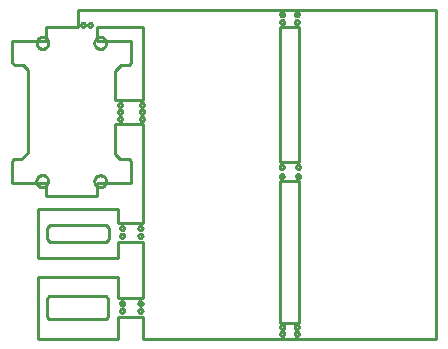
<source format=gbr>
G04 EAGLE Gerber RS-274X export*
G75*
%MOMM*%
%FSLAX34Y34*%
%LPD*%
%IN*%
%IPPOS*%
%AMOC8*
5,1,8,0,0,1.08239X$1,22.5*%
G01*
%ADD10C,0.254000*%


D10*
X8900Y149700D02*
X37400Y149700D01*
X37400Y138200D01*
X80400Y138200D01*
X80400Y149200D01*
X109400Y149200D01*
X109400Y167700D01*
X107400Y169700D01*
X100400Y169700D01*
X95900Y174200D01*
X95900Y199600D01*
X119900Y199600D01*
X119900Y115200D01*
X98900Y115200D01*
X98900Y127700D01*
X30400Y127700D01*
X30400Y85700D01*
X98900Y85700D01*
X98900Y99200D01*
X119900Y99200D01*
X119900Y52200D01*
X98900Y52200D01*
X98900Y70200D01*
X30400Y70200D01*
X30400Y17200D01*
X98900Y17200D01*
X98900Y36200D01*
X119900Y36200D01*
X119900Y17200D01*
X368130Y17200D01*
X368130Y296200D01*
X64300Y296200D01*
X64300Y281200D01*
X37300Y281200D01*
X37300Y269700D01*
X8900Y269700D01*
X8900Y251200D01*
X10900Y249200D01*
X17900Y249200D01*
X21900Y245200D01*
X21900Y175200D01*
X16400Y169700D01*
X10400Y169700D01*
X8900Y168200D01*
X8900Y149700D01*
X80400Y269700D02*
X109400Y269700D01*
X109400Y250700D01*
X107900Y249200D01*
X100900Y249200D01*
X95900Y244200D01*
X95900Y219600D01*
X119900Y219600D01*
X119900Y281200D01*
X80400Y281200D01*
X80400Y269700D01*
X235900Y167000D02*
X251900Y167000D01*
X251900Y281200D01*
X235900Y281200D01*
X235900Y167000D01*
X235900Y31200D02*
X251900Y31200D01*
X251900Y151000D01*
X235900Y151000D01*
X235900Y31200D01*
X38500Y101600D02*
X40562Y99850D01*
X88562Y99850D01*
X90500Y101600D01*
X90500Y111600D01*
X88500Y113475D01*
X40500Y113475D01*
X38500Y111600D01*
X38500Y101600D01*
X38400Y36400D02*
X40400Y34400D01*
X88400Y34400D01*
X90400Y36400D01*
X90400Y51400D01*
X88400Y53400D01*
X40400Y53400D01*
X38400Y51400D01*
X38400Y36400D01*
X39500Y267819D02*
X39437Y267261D01*
X39312Y266714D01*
X39127Y266184D01*
X38883Y265678D01*
X38584Y265202D01*
X38234Y264763D01*
X37837Y264366D01*
X37398Y264016D01*
X36922Y263717D01*
X36416Y263473D01*
X35886Y263288D01*
X35339Y263163D01*
X34781Y263100D01*
X34219Y263100D01*
X33661Y263163D01*
X33114Y263288D01*
X32584Y263473D01*
X32078Y263717D01*
X31602Y264016D01*
X31163Y264366D01*
X30766Y264763D01*
X30416Y265202D01*
X30117Y265678D01*
X29873Y266184D01*
X29688Y266714D01*
X29563Y267261D01*
X29500Y267819D01*
X29500Y268381D01*
X29563Y268939D01*
X29688Y269486D01*
X29873Y270016D01*
X30117Y270522D01*
X30416Y270998D01*
X30766Y271437D01*
X31163Y271834D01*
X31602Y272184D01*
X32078Y272483D01*
X32584Y272727D01*
X33114Y272912D01*
X33661Y273037D01*
X34219Y273100D01*
X34781Y273100D01*
X35339Y273037D01*
X35886Y272912D01*
X36416Y272727D01*
X36922Y272483D01*
X37398Y272184D01*
X37837Y271834D01*
X38234Y271437D01*
X38584Y270998D01*
X38883Y270522D01*
X39127Y270016D01*
X39312Y269486D01*
X39437Y268939D01*
X39500Y268381D01*
X39500Y267819D01*
X88500Y267719D02*
X88437Y267161D01*
X88312Y266614D01*
X88127Y266084D01*
X87883Y265578D01*
X87584Y265102D01*
X87234Y264663D01*
X86837Y264266D01*
X86398Y263916D01*
X85922Y263617D01*
X85416Y263373D01*
X84886Y263188D01*
X84339Y263063D01*
X83781Y263000D01*
X83219Y263000D01*
X82661Y263063D01*
X82114Y263188D01*
X81584Y263373D01*
X81078Y263617D01*
X80602Y263916D01*
X80163Y264266D01*
X79766Y264663D01*
X79416Y265102D01*
X79117Y265578D01*
X78873Y266084D01*
X78688Y266614D01*
X78563Y267161D01*
X78500Y267719D01*
X78500Y268281D01*
X78563Y268839D01*
X78688Y269386D01*
X78873Y269916D01*
X79117Y270422D01*
X79416Y270898D01*
X79766Y271337D01*
X80163Y271734D01*
X80602Y272084D01*
X81078Y272383D01*
X81584Y272627D01*
X82114Y272812D01*
X82661Y272937D01*
X83219Y273000D01*
X83781Y273000D01*
X84339Y272937D01*
X84886Y272812D01*
X85416Y272627D01*
X85922Y272383D01*
X86398Y272084D01*
X86837Y271734D01*
X87234Y271337D01*
X87584Y270898D01*
X87883Y270422D01*
X88127Y269916D01*
X88312Y269386D01*
X88437Y268839D01*
X88500Y268281D01*
X88500Y267719D01*
X88500Y150619D02*
X88437Y150061D01*
X88312Y149514D01*
X88127Y148984D01*
X87883Y148478D01*
X87584Y148002D01*
X87234Y147563D01*
X86837Y147166D01*
X86398Y146816D01*
X85922Y146517D01*
X85416Y146273D01*
X84886Y146088D01*
X84339Y145963D01*
X83781Y145900D01*
X83219Y145900D01*
X82661Y145963D01*
X82114Y146088D01*
X81584Y146273D01*
X81078Y146517D01*
X80602Y146816D01*
X80163Y147166D01*
X79766Y147563D01*
X79416Y148002D01*
X79117Y148478D01*
X78873Y148984D01*
X78688Y149514D01*
X78563Y150061D01*
X78500Y150619D01*
X78500Y151181D01*
X78563Y151739D01*
X78688Y152286D01*
X78873Y152816D01*
X79117Y153322D01*
X79416Y153798D01*
X79766Y154237D01*
X80163Y154634D01*
X80602Y154984D01*
X81078Y155283D01*
X81584Y155527D01*
X82114Y155712D01*
X82661Y155837D01*
X83219Y155900D01*
X83781Y155900D01*
X84339Y155837D01*
X84886Y155712D01*
X85416Y155527D01*
X85922Y155283D01*
X86398Y154984D01*
X86837Y154634D01*
X87234Y154237D01*
X87584Y153798D01*
X87883Y153322D01*
X88127Y152816D01*
X88312Y152286D01*
X88437Y151739D01*
X88500Y151181D01*
X88500Y150619D01*
X39400Y150719D02*
X39337Y150161D01*
X39212Y149614D01*
X39027Y149084D01*
X38783Y148578D01*
X38484Y148102D01*
X38134Y147663D01*
X37737Y147266D01*
X37298Y146916D01*
X36822Y146617D01*
X36316Y146373D01*
X35786Y146188D01*
X35239Y146063D01*
X34681Y146000D01*
X34119Y146000D01*
X33561Y146063D01*
X33014Y146188D01*
X32484Y146373D01*
X31978Y146617D01*
X31502Y146916D01*
X31063Y147266D01*
X30666Y147663D01*
X30316Y148102D01*
X30017Y148578D01*
X29773Y149084D01*
X29588Y149614D01*
X29463Y150161D01*
X29400Y150719D01*
X29400Y151281D01*
X29463Y151839D01*
X29588Y152386D01*
X29773Y152916D01*
X30017Y153422D01*
X30316Y153898D01*
X30666Y154337D01*
X31063Y154734D01*
X31502Y155084D01*
X31978Y155383D01*
X32484Y155627D01*
X33014Y155812D01*
X33561Y155937D01*
X34119Y156000D01*
X34681Y156000D01*
X35239Y155937D01*
X35786Y155812D01*
X36316Y155627D01*
X36822Y155383D01*
X37298Y155084D01*
X37737Y154734D01*
X38134Y154337D01*
X38484Y153898D01*
X38783Y153422D01*
X39027Y152916D01*
X39212Y152386D01*
X39337Y151839D01*
X39400Y151281D01*
X39400Y150719D01*
X70550Y283128D02*
X70483Y282790D01*
X70351Y282471D01*
X70159Y282184D01*
X69916Y281941D01*
X69629Y281749D01*
X69310Y281617D01*
X68972Y281550D01*
X68628Y281550D01*
X68290Y281617D01*
X67971Y281749D01*
X67684Y281941D01*
X67441Y282184D01*
X67249Y282471D01*
X67117Y282790D01*
X67050Y283128D01*
X67050Y283472D01*
X67117Y283810D01*
X67249Y284129D01*
X67441Y284416D01*
X67684Y284659D01*
X67971Y284851D01*
X68290Y284983D01*
X68628Y285050D01*
X68972Y285050D01*
X69310Y284983D01*
X69629Y284851D01*
X69916Y284659D01*
X70159Y284416D01*
X70351Y284129D01*
X70483Y283810D01*
X70550Y283472D01*
X70550Y283128D01*
X76650Y283128D02*
X76583Y282790D01*
X76451Y282471D01*
X76259Y282184D01*
X76016Y281941D01*
X75729Y281749D01*
X75410Y281617D01*
X75072Y281550D01*
X74728Y281550D01*
X74390Y281617D01*
X74071Y281749D01*
X73784Y281941D01*
X73541Y282184D01*
X73349Y282471D01*
X73217Y282790D01*
X73150Y283128D01*
X73150Y283472D01*
X73217Y283810D01*
X73349Y284129D01*
X73541Y284416D01*
X73784Y284659D01*
X74071Y284851D01*
X74390Y284983D01*
X74728Y285050D01*
X75072Y285050D01*
X75410Y284983D01*
X75729Y284851D01*
X76016Y284659D01*
X76259Y284416D01*
X76451Y284129D01*
X76583Y283810D01*
X76650Y283472D01*
X76650Y283128D01*
X102050Y203528D02*
X101983Y203190D01*
X101851Y202871D01*
X101659Y202584D01*
X101416Y202341D01*
X101129Y202149D01*
X100810Y202017D01*
X100472Y201950D01*
X100128Y201950D01*
X99790Y202017D01*
X99471Y202149D01*
X99184Y202341D01*
X98941Y202584D01*
X98749Y202871D01*
X98617Y203190D01*
X98550Y203528D01*
X98550Y203872D01*
X98617Y204210D01*
X98749Y204529D01*
X98941Y204816D01*
X99184Y205059D01*
X99471Y205251D01*
X99790Y205383D01*
X100128Y205450D01*
X100472Y205450D01*
X100810Y205383D01*
X101129Y205251D01*
X101416Y205059D01*
X101659Y204816D01*
X101851Y204529D01*
X101983Y204210D01*
X102050Y203872D01*
X102050Y203528D01*
X102050Y209528D02*
X101983Y209190D01*
X101851Y208871D01*
X101659Y208584D01*
X101416Y208341D01*
X101129Y208149D01*
X100810Y208017D01*
X100472Y207950D01*
X100128Y207950D01*
X99790Y208017D01*
X99471Y208149D01*
X99184Y208341D01*
X98941Y208584D01*
X98749Y208871D01*
X98617Y209190D01*
X98550Y209528D01*
X98550Y209872D01*
X98617Y210210D01*
X98749Y210529D01*
X98941Y210816D01*
X99184Y211059D01*
X99471Y211251D01*
X99790Y211383D01*
X100128Y211450D01*
X100472Y211450D01*
X100810Y211383D01*
X101129Y211251D01*
X101416Y211059D01*
X101659Y210816D01*
X101851Y210529D01*
X101983Y210210D01*
X102050Y209872D01*
X102050Y209528D01*
X102050Y215428D02*
X101983Y215090D01*
X101851Y214771D01*
X101659Y214484D01*
X101416Y214241D01*
X101129Y214049D01*
X100810Y213917D01*
X100472Y213850D01*
X100128Y213850D01*
X99790Y213917D01*
X99471Y214049D01*
X99184Y214241D01*
X98941Y214484D01*
X98749Y214771D01*
X98617Y215090D01*
X98550Y215428D01*
X98550Y215772D01*
X98617Y216110D01*
X98749Y216429D01*
X98941Y216716D01*
X99184Y216959D01*
X99471Y217151D01*
X99790Y217283D01*
X100128Y217350D01*
X100472Y217350D01*
X100810Y217283D01*
X101129Y217151D01*
X101416Y216959D01*
X101659Y216716D01*
X101851Y216429D01*
X101983Y216110D01*
X102050Y215772D01*
X102050Y215428D01*
X120550Y203528D02*
X120483Y203190D01*
X120351Y202871D01*
X120159Y202584D01*
X119916Y202341D01*
X119629Y202149D01*
X119310Y202017D01*
X118972Y201950D01*
X118628Y201950D01*
X118290Y202017D01*
X117971Y202149D01*
X117684Y202341D01*
X117441Y202584D01*
X117249Y202871D01*
X117117Y203190D01*
X117050Y203528D01*
X117050Y203872D01*
X117117Y204210D01*
X117249Y204529D01*
X117441Y204816D01*
X117684Y205059D01*
X117971Y205251D01*
X118290Y205383D01*
X118628Y205450D01*
X118972Y205450D01*
X119310Y205383D01*
X119629Y205251D01*
X119916Y205059D01*
X120159Y204816D01*
X120351Y204529D01*
X120483Y204210D01*
X120550Y203872D01*
X120550Y203528D01*
X120550Y209528D02*
X120483Y209190D01*
X120351Y208871D01*
X120159Y208584D01*
X119916Y208341D01*
X119629Y208149D01*
X119310Y208017D01*
X118972Y207950D01*
X118628Y207950D01*
X118290Y208017D01*
X117971Y208149D01*
X117684Y208341D01*
X117441Y208584D01*
X117249Y208871D01*
X117117Y209190D01*
X117050Y209528D01*
X117050Y209872D01*
X117117Y210210D01*
X117249Y210529D01*
X117441Y210816D01*
X117684Y211059D01*
X117971Y211251D01*
X118290Y211383D01*
X118628Y211450D01*
X118972Y211450D01*
X119310Y211383D01*
X119629Y211251D01*
X119916Y211059D01*
X120159Y210816D01*
X120351Y210529D01*
X120483Y210210D01*
X120550Y209872D01*
X120550Y209528D01*
X120550Y215428D02*
X120483Y215090D01*
X120351Y214771D01*
X120159Y214484D01*
X119916Y214241D01*
X119629Y214049D01*
X119310Y213917D01*
X118972Y213850D01*
X118628Y213850D01*
X118290Y213917D01*
X117971Y214049D01*
X117684Y214241D01*
X117441Y214484D01*
X117249Y214771D01*
X117117Y215090D01*
X117050Y215428D01*
X117050Y215772D01*
X117117Y216110D01*
X117249Y216429D01*
X117441Y216716D01*
X117684Y216959D01*
X117971Y217151D01*
X118290Y217283D01*
X118628Y217350D01*
X118972Y217350D01*
X119310Y217283D01*
X119629Y217151D01*
X119916Y216959D01*
X120159Y216716D01*
X120351Y216429D01*
X120483Y216110D01*
X120550Y215772D01*
X120550Y215428D01*
X103750Y111028D02*
X103683Y110690D01*
X103551Y110371D01*
X103359Y110084D01*
X103116Y109841D01*
X102829Y109649D01*
X102510Y109517D01*
X102172Y109450D01*
X101828Y109450D01*
X101490Y109517D01*
X101171Y109649D01*
X100884Y109841D01*
X100641Y110084D01*
X100449Y110371D01*
X100317Y110690D01*
X100250Y111028D01*
X100250Y111372D01*
X100317Y111710D01*
X100449Y112029D01*
X100641Y112316D01*
X100884Y112559D01*
X101171Y112751D01*
X101490Y112883D01*
X101828Y112950D01*
X102172Y112950D01*
X102510Y112883D01*
X102829Y112751D01*
X103116Y112559D01*
X103359Y112316D01*
X103551Y112029D01*
X103683Y111710D01*
X103750Y111372D01*
X103750Y111028D01*
X103750Y104628D02*
X103683Y104290D01*
X103551Y103971D01*
X103359Y103684D01*
X103116Y103441D01*
X102829Y103249D01*
X102510Y103117D01*
X102172Y103050D01*
X101828Y103050D01*
X101490Y103117D01*
X101171Y103249D01*
X100884Y103441D01*
X100641Y103684D01*
X100449Y103971D01*
X100317Y104290D01*
X100250Y104628D01*
X100250Y104972D01*
X100317Y105310D01*
X100449Y105629D01*
X100641Y105916D01*
X100884Y106159D01*
X101171Y106351D01*
X101490Y106483D01*
X101828Y106550D01*
X102172Y106550D01*
X102510Y106483D01*
X102829Y106351D01*
X103116Y106159D01*
X103359Y105916D01*
X103551Y105629D01*
X103683Y105310D01*
X103750Y104972D01*
X103750Y104628D01*
X119250Y111028D02*
X119183Y110690D01*
X119051Y110371D01*
X118859Y110084D01*
X118616Y109841D01*
X118329Y109649D01*
X118010Y109517D01*
X117672Y109450D01*
X117328Y109450D01*
X116990Y109517D01*
X116671Y109649D01*
X116384Y109841D01*
X116141Y110084D01*
X115949Y110371D01*
X115817Y110690D01*
X115750Y111028D01*
X115750Y111372D01*
X115817Y111710D01*
X115949Y112029D01*
X116141Y112316D01*
X116384Y112559D01*
X116671Y112751D01*
X116990Y112883D01*
X117328Y112950D01*
X117672Y112950D01*
X118010Y112883D01*
X118329Y112751D01*
X118616Y112559D01*
X118859Y112316D01*
X119051Y112029D01*
X119183Y111710D01*
X119250Y111372D01*
X119250Y111028D01*
X119250Y104628D02*
X119183Y104290D01*
X119051Y103971D01*
X118859Y103684D01*
X118616Y103441D01*
X118329Y103249D01*
X118010Y103117D01*
X117672Y103050D01*
X117328Y103050D01*
X116990Y103117D01*
X116671Y103249D01*
X116384Y103441D01*
X116141Y103684D01*
X115949Y103971D01*
X115817Y104290D01*
X115750Y104628D01*
X115750Y104972D01*
X115817Y105310D01*
X115949Y105629D01*
X116141Y105916D01*
X116384Y106159D01*
X116671Y106351D01*
X116990Y106483D01*
X117328Y106550D01*
X117672Y106550D01*
X118010Y106483D01*
X118329Y106351D01*
X118616Y106159D01*
X118859Y105916D01*
X119051Y105629D01*
X119183Y105310D01*
X119250Y104972D01*
X119250Y104628D01*
X103750Y47278D02*
X103683Y46940D01*
X103551Y46621D01*
X103359Y46334D01*
X103116Y46091D01*
X102829Y45899D01*
X102510Y45767D01*
X102172Y45700D01*
X101828Y45700D01*
X101490Y45767D01*
X101171Y45899D01*
X100884Y46091D01*
X100641Y46334D01*
X100449Y46621D01*
X100317Y46940D01*
X100250Y47278D01*
X100250Y47622D01*
X100317Y47960D01*
X100449Y48279D01*
X100641Y48566D01*
X100884Y48809D01*
X101171Y49001D01*
X101490Y49133D01*
X101828Y49200D01*
X102172Y49200D01*
X102510Y49133D01*
X102829Y49001D01*
X103116Y48809D01*
X103359Y48566D01*
X103551Y48279D01*
X103683Y47960D01*
X103750Y47622D01*
X103750Y47278D01*
X103750Y41128D02*
X103683Y40790D01*
X103551Y40471D01*
X103359Y40184D01*
X103116Y39941D01*
X102829Y39749D01*
X102510Y39617D01*
X102172Y39550D01*
X101828Y39550D01*
X101490Y39617D01*
X101171Y39749D01*
X100884Y39941D01*
X100641Y40184D01*
X100449Y40471D01*
X100317Y40790D01*
X100250Y41128D01*
X100250Y41472D01*
X100317Y41810D01*
X100449Y42129D01*
X100641Y42416D01*
X100884Y42659D01*
X101171Y42851D01*
X101490Y42983D01*
X101828Y43050D01*
X102172Y43050D01*
X102510Y42983D01*
X102829Y42851D01*
X103116Y42659D01*
X103359Y42416D01*
X103551Y42129D01*
X103683Y41810D01*
X103750Y41472D01*
X103750Y41128D01*
X119250Y41128D02*
X119183Y40790D01*
X119051Y40471D01*
X118859Y40184D01*
X118616Y39941D01*
X118329Y39749D01*
X118010Y39617D01*
X117672Y39550D01*
X117328Y39550D01*
X116990Y39617D01*
X116671Y39749D01*
X116384Y39941D01*
X116141Y40184D01*
X115949Y40471D01*
X115817Y40790D01*
X115750Y41128D01*
X115750Y41472D01*
X115817Y41810D01*
X115949Y42129D01*
X116141Y42416D01*
X116384Y42659D01*
X116671Y42851D01*
X116990Y42983D01*
X117328Y43050D01*
X117672Y43050D01*
X118010Y42983D01*
X118329Y42851D01*
X118616Y42659D01*
X118859Y42416D01*
X119051Y42129D01*
X119183Y41810D01*
X119250Y41472D01*
X119250Y41128D01*
X119250Y47278D02*
X119183Y46940D01*
X119051Y46621D01*
X118859Y46334D01*
X118616Y46091D01*
X118329Y45899D01*
X118010Y45767D01*
X117672Y45700D01*
X117328Y45700D01*
X116990Y45767D01*
X116671Y45899D01*
X116384Y46091D01*
X116141Y46334D01*
X115949Y46621D01*
X115817Y46940D01*
X115750Y47278D01*
X115750Y47622D01*
X115817Y47960D01*
X115949Y48279D01*
X116141Y48566D01*
X116384Y48809D01*
X116671Y49001D01*
X116990Y49133D01*
X117328Y49200D01*
X117672Y49200D01*
X118010Y49133D01*
X118329Y49001D01*
X118616Y48809D01*
X118859Y48566D01*
X119051Y48279D01*
X119183Y47960D01*
X119250Y47622D01*
X119250Y47278D01*
X239250Y27428D02*
X239183Y27090D01*
X239051Y26771D01*
X238859Y26484D01*
X238616Y26241D01*
X238329Y26049D01*
X238010Y25917D01*
X237672Y25850D01*
X237328Y25850D01*
X236990Y25917D01*
X236671Y26049D01*
X236384Y26241D01*
X236141Y26484D01*
X235949Y26771D01*
X235817Y27090D01*
X235750Y27428D01*
X235750Y27772D01*
X235817Y28110D01*
X235949Y28429D01*
X236141Y28716D01*
X236384Y28959D01*
X236671Y29151D01*
X236990Y29283D01*
X237328Y29350D01*
X237672Y29350D01*
X238010Y29283D01*
X238329Y29151D01*
X238616Y28959D01*
X238859Y28716D01*
X239051Y28429D01*
X239183Y28110D01*
X239250Y27772D01*
X239250Y27428D01*
X239250Y21628D02*
X239183Y21290D01*
X239051Y20971D01*
X238859Y20684D01*
X238616Y20441D01*
X238329Y20249D01*
X238010Y20117D01*
X237672Y20050D01*
X237328Y20050D01*
X236990Y20117D01*
X236671Y20249D01*
X236384Y20441D01*
X236141Y20684D01*
X235949Y20971D01*
X235817Y21290D01*
X235750Y21628D01*
X235750Y21972D01*
X235817Y22310D01*
X235949Y22629D01*
X236141Y22916D01*
X236384Y23159D01*
X236671Y23351D01*
X236990Y23483D01*
X237328Y23550D01*
X237672Y23550D01*
X238010Y23483D01*
X238329Y23351D01*
X238616Y23159D01*
X238859Y22916D01*
X239051Y22629D01*
X239183Y22310D01*
X239250Y21972D01*
X239250Y21628D01*
X251600Y27428D02*
X251533Y27090D01*
X251401Y26771D01*
X251209Y26484D01*
X250966Y26241D01*
X250679Y26049D01*
X250360Y25917D01*
X250022Y25850D01*
X249678Y25850D01*
X249340Y25917D01*
X249021Y26049D01*
X248734Y26241D01*
X248491Y26484D01*
X248299Y26771D01*
X248167Y27090D01*
X248100Y27428D01*
X248100Y27772D01*
X248167Y28110D01*
X248299Y28429D01*
X248491Y28716D01*
X248734Y28959D01*
X249021Y29151D01*
X249340Y29283D01*
X249678Y29350D01*
X250022Y29350D01*
X250360Y29283D01*
X250679Y29151D01*
X250966Y28959D01*
X251209Y28716D01*
X251401Y28429D01*
X251533Y28110D01*
X251600Y27772D01*
X251600Y27428D01*
X251600Y21628D02*
X251533Y21290D01*
X251401Y20971D01*
X251209Y20684D01*
X250966Y20441D01*
X250679Y20249D01*
X250360Y20117D01*
X250022Y20050D01*
X249678Y20050D01*
X249340Y20117D01*
X249021Y20249D01*
X248734Y20441D01*
X248491Y20684D01*
X248299Y20971D01*
X248167Y21290D01*
X248100Y21628D01*
X248100Y21972D01*
X248167Y22310D01*
X248299Y22629D01*
X248491Y22916D01*
X248734Y23159D01*
X249021Y23351D01*
X249340Y23483D01*
X249678Y23550D01*
X250022Y23550D01*
X250360Y23483D01*
X250679Y23351D01*
X250966Y23159D01*
X251209Y22916D01*
X251401Y22629D01*
X251533Y22310D01*
X251600Y21972D01*
X251600Y21628D01*
X239250Y292028D02*
X239183Y291690D01*
X239051Y291371D01*
X238859Y291084D01*
X238616Y290841D01*
X238329Y290649D01*
X238010Y290517D01*
X237672Y290450D01*
X237328Y290450D01*
X236990Y290517D01*
X236671Y290649D01*
X236384Y290841D01*
X236141Y291084D01*
X235949Y291371D01*
X235817Y291690D01*
X235750Y292028D01*
X235750Y292372D01*
X235817Y292710D01*
X235949Y293029D01*
X236141Y293316D01*
X236384Y293559D01*
X236671Y293751D01*
X236990Y293883D01*
X237328Y293950D01*
X237672Y293950D01*
X238010Y293883D01*
X238329Y293751D01*
X238616Y293559D01*
X238859Y293316D01*
X239051Y293029D01*
X239183Y292710D01*
X239250Y292372D01*
X239250Y292028D01*
X239250Y285478D02*
X239183Y285140D01*
X239051Y284821D01*
X238859Y284534D01*
X238616Y284291D01*
X238329Y284099D01*
X238010Y283967D01*
X237672Y283900D01*
X237328Y283900D01*
X236990Y283967D01*
X236671Y284099D01*
X236384Y284291D01*
X236141Y284534D01*
X235949Y284821D01*
X235817Y285140D01*
X235750Y285478D01*
X235750Y285822D01*
X235817Y286160D01*
X235949Y286479D01*
X236141Y286766D01*
X236384Y287009D01*
X236671Y287201D01*
X236990Y287333D01*
X237328Y287400D01*
X237672Y287400D01*
X238010Y287333D01*
X238329Y287201D01*
X238616Y287009D01*
X238859Y286766D01*
X239051Y286479D01*
X239183Y286160D01*
X239250Y285822D01*
X239250Y285478D01*
X251600Y292028D02*
X251533Y291690D01*
X251401Y291371D01*
X251209Y291084D01*
X250966Y290841D01*
X250679Y290649D01*
X250360Y290517D01*
X250022Y290450D01*
X249678Y290450D01*
X249340Y290517D01*
X249021Y290649D01*
X248734Y290841D01*
X248491Y291084D01*
X248299Y291371D01*
X248167Y291690D01*
X248100Y292028D01*
X248100Y292372D01*
X248167Y292710D01*
X248299Y293029D01*
X248491Y293316D01*
X248734Y293559D01*
X249021Y293751D01*
X249340Y293883D01*
X249678Y293950D01*
X250022Y293950D01*
X250360Y293883D01*
X250679Y293751D01*
X250966Y293559D01*
X251209Y293316D01*
X251401Y293029D01*
X251533Y292710D01*
X251600Y292372D01*
X251600Y292028D01*
X251600Y285478D02*
X251533Y285140D01*
X251401Y284821D01*
X251209Y284534D01*
X250966Y284291D01*
X250679Y284099D01*
X250360Y283967D01*
X250022Y283900D01*
X249678Y283900D01*
X249340Y283967D01*
X249021Y284099D01*
X248734Y284291D01*
X248491Y284534D01*
X248299Y284821D01*
X248167Y285140D01*
X248100Y285478D01*
X248100Y285822D01*
X248167Y286160D01*
X248299Y286479D01*
X248491Y286766D01*
X248734Y287009D01*
X249021Y287201D01*
X249340Y287333D01*
X249678Y287400D01*
X250022Y287400D01*
X250360Y287333D01*
X250679Y287201D01*
X250966Y287009D01*
X251209Y286766D01*
X251401Y286479D01*
X251533Y286160D01*
X251600Y285822D01*
X251600Y285478D01*
X238750Y154828D02*
X238683Y154490D01*
X238551Y154171D01*
X238359Y153884D01*
X238116Y153641D01*
X237829Y153449D01*
X237510Y153317D01*
X237172Y153250D01*
X236828Y153250D01*
X236490Y153317D01*
X236171Y153449D01*
X235884Y153641D01*
X235641Y153884D01*
X235449Y154171D01*
X235317Y154490D01*
X235250Y154828D01*
X235250Y155172D01*
X235317Y155510D01*
X235449Y155829D01*
X235641Y156116D01*
X235884Y156359D01*
X236171Y156551D01*
X236490Y156683D01*
X236828Y156750D01*
X237172Y156750D01*
X237510Y156683D01*
X237829Y156551D01*
X238116Y156359D01*
X238359Y156116D01*
X238551Y155829D01*
X238683Y155510D01*
X238750Y155172D01*
X238750Y154828D01*
X238750Y162828D02*
X238683Y162490D01*
X238551Y162171D01*
X238359Y161884D01*
X238116Y161641D01*
X237829Y161449D01*
X237510Y161317D01*
X237172Y161250D01*
X236828Y161250D01*
X236490Y161317D01*
X236171Y161449D01*
X235884Y161641D01*
X235641Y161884D01*
X235449Y162171D01*
X235317Y162490D01*
X235250Y162828D01*
X235250Y163172D01*
X235317Y163510D01*
X235449Y163829D01*
X235641Y164116D01*
X235884Y164359D01*
X236171Y164551D01*
X236490Y164683D01*
X236828Y164750D01*
X237172Y164750D01*
X237510Y164683D01*
X237829Y164551D01*
X238116Y164359D01*
X238359Y164116D01*
X238551Y163829D01*
X238683Y163510D01*
X238750Y163172D01*
X238750Y162828D01*
X252750Y162828D02*
X252683Y162490D01*
X252551Y162171D01*
X252359Y161884D01*
X252116Y161641D01*
X251829Y161449D01*
X251510Y161317D01*
X251172Y161250D01*
X250828Y161250D01*
X250490Y161317D01*
X250171Y161449D01*
X249884Y161641D01*
X249641Y161884D01*
X249449Y162171D01*
X249317Y162490D01*
X249250Y162828D01*
X249250Y163172D01*
X249317Y163510D01*
X249449Y163829D01*
X249641Y164116D01*
X249884Y164359D01*
X250171Y164551D01*
X250490Y164683D01*
X250828Y164750D01*
X251172Y164750D01*
X251510Y164683D01*
X251829Y164551D01*
X252116Y164359D01*
X252359Y164116D01*
X252551Y163829D01*
X252683Y163510D01*
X252750Y163172D01*
X252750Y162828D01*
X252750Y154828D02*
X252683Y154490D01*
X252551Y154171D01*
X252359Y153884D01*
X252116Y153641D01*
X251829Y153449D01*
X251510Y153317D01*
X251172Y153250D01*
X250828Y153250D01*
X250490Y153317D01*
X250171Y153449D01*
X249884Y153641D01*
X249641Y153884D01*
X249449Y154171D01*
X249317Y154490D01*
X249250Y154828D01*
X249250Y155172D01*
X249317Y155510D01*
X249449Y155829D01*
X249641Y156116D01*
X249884Y156359D01*
X250171Y156551D01*
X250490Y156683D01*
X250828Y156750D01*
X251172Y156750D01*
X251510Y156683D01*
X251829Y156551D01*
X252116Y156359D01*
X252359Y156116D01*
X252551Y155829D01*
X252683Y155510D01*
X252750Y155172D01*
X252750Y154828D01*
M02*

</source>
